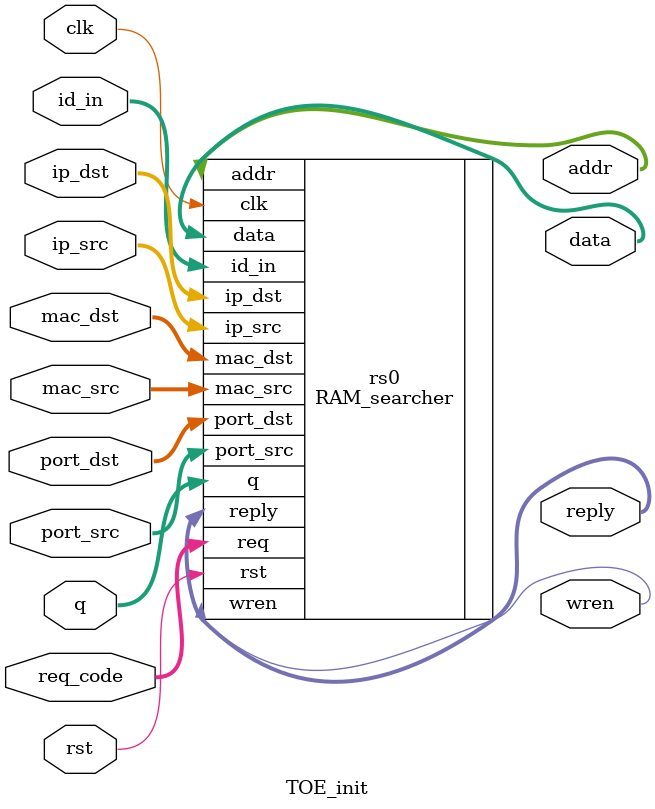
<source format=sv>
module TOE_init( input logic		clk,
		 input logic 		rst,
		
		 input logic [1:0]	req_code,	
		 input logic [7:0] 	id_in,
		 output logic [7:0] 	reply,
		 input logic [31:0] 	ip_src,
		 input logic [31:0] 	ip_dst,
		 input logic [47:0] 	mac_src,
		 input logic [47:0] 	mac_dst,	
		 input logic [15:0] 	port_src,
		 input logic [15:0]	port_dst,
		 output logic [31:0]    data,
		 output logic 		wren,
		 output logic [7:0]	addr,
		 input logic [31:0]	q
		);

	enum logic [1:0] {WAIT_RQ, PROCESSING, RETURN} state; 
	

	logic [1:0] latch_rq;

	RAM_searcher rs0 (.clk(clk),
			  .rst(rst),
			  .req(req_code),
			  .reply(reply),
			  .id_in(id_in),
			  .ip_src(ip_src),
			  .ip_dst(ip_dst),
			  .mac_src(mac_src),
			  .mac_dst(mac_dst),
			  .port_src(port_src),
			  .port_dst(port_dst),
			  .addr(addr),
			  .data(data),
			  .q(q),
			  .wren(wren)
			  );
	
	always_ff @ (posedge clk) 
		begin
		if (rst)
			begin 
			state       <= WAIT_RQ; 
			end 
		else if ((state == WAIT_RQ) && (req_code != 2'b00)) state <= PROCESSING;
		else if ((state == PROCESSING) && (reply != 8'd0)) state <= RETURN;
		else if ((state == RETURN) && (req_code == 2'b00)) state <= WAIT_RQ;    		
		end 
		
endmodule

</source>
